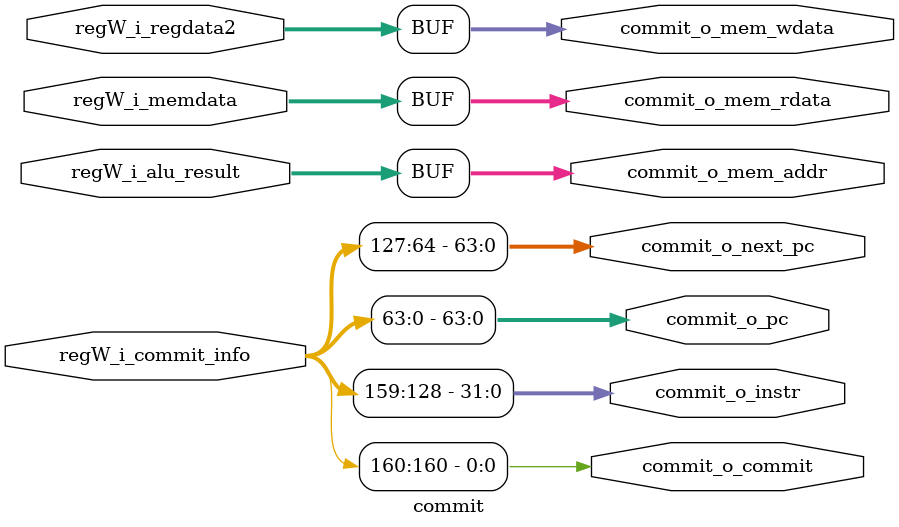
<source format=v>
module  commit(
    //input commit信息
    input wire [160:0] regW_i_commit_info,
    //input load & store信息
    input wire [63:0]  regW_i_regdata2,
    input wire [63:0]  regW_i_memdata,
    input wire [63:0]  regW_i_alu_result,

    //output load&sotre信息
    output wire [63:0] commit_o_mem_rdata,
    output wire [63:0] commit_o_mem_wdata,
    output wire [63:0] commit_o_mem_addr,
    //output commit信息
    output wire         commit_o_commit,
    output wire [31:0]  commit_o_instr,
    output wire [63:0]  commit_o_pc,
    output wire [63:0]  commit_o_next_pc
);

//load&store
assign commit_o_mem_addr  = regW_i_alu_result;
assign commit_o_mem_wdata = regW_i_regdata2;
assign commit_o_mem_rdata = regW_i_memdata;
//instr
assign commit_o_commit    =  regW_i_commit_info[160];
assign commit_o_instr     =  regW_i_commit_info[159:128];
assign commit_o_next_pc   =  regW_i_commit_info[127:64];
assign commit_o_pc        =  regW_i_commit_info[63:0];


endmodule 


</source>
